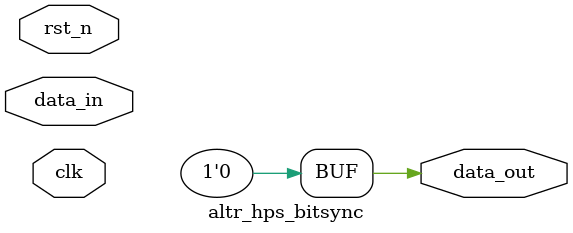
<source format=v>
module altr_hps_bitsync(	// file.cleaned.mlir:2:3
  input  clk,	// file.cleaned.mlir:2:34
         rst_n,	// file.cleaned.mlir:2:48
         data_in,	// file.cleaned.mlir:2:64
  output data_out	// file.cleaned.mlir:2:83
);

  assign data_out = 1'h0;	// file.cleaned.mlir:3:14, :4:5
endmodule


</source>
